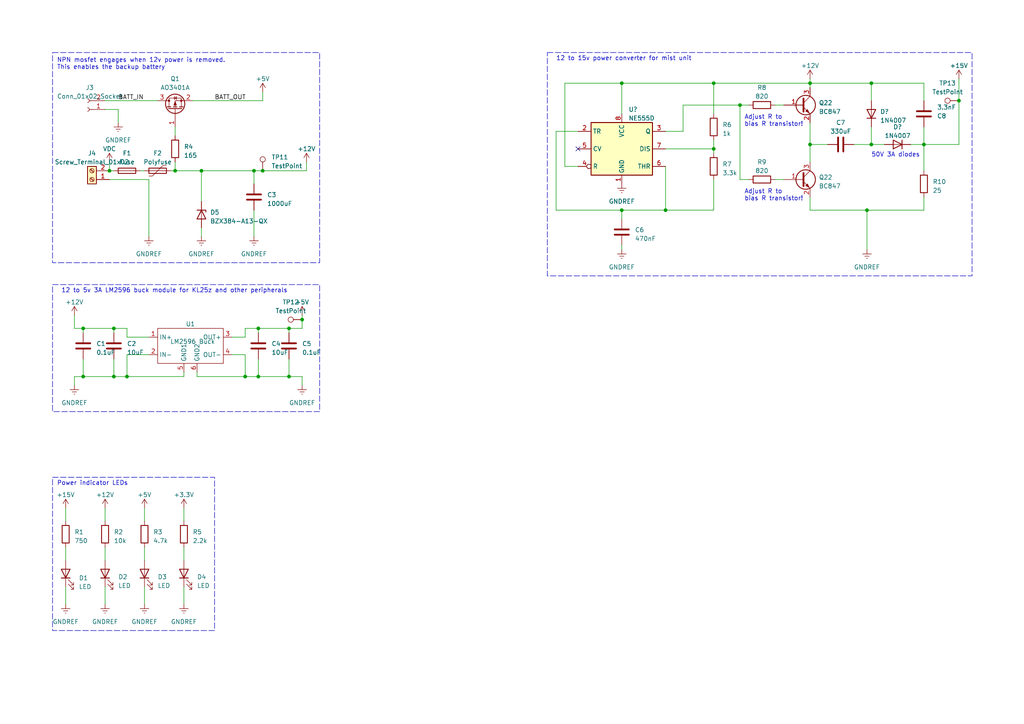
<source format=kicad_sch>
(kicad_sch (version 20230121) (generator eeschema)
  (paper "A4")
  (lib_symbols
    (symbol "Connector:Conn_01x02_Socket" (pin_names (offset 1.016) hide)
      (property "Reference" "J" (at 0 2.54 0))
      (property "Value" "Conn_01x02_Socket" (at 0 -5.08 0))
      (symbol "Conn_01x02_Socket_1_1"
        (arc (start 0 -2.032) (mid -0.5058 -2.54) (end 0 -3.048) (stroke (width 0.1524)))
        (polyline (pts (xy -1.27 -2.54) (xy -0.508 -2.54)) (stroke (width 0.1524)))
        (polyline (pts (xy -1.27 0) (xy -0.508 0)) (stroke (width 0.1524)))
        (arc (start 0 0.508) (mid -0.5058 0) (end 0 -0.508) (stroke (width 0.1524)))
        (pin passive line (at -5.08 0 0) (length 3.81) (name "Pin_1") (number "1"))
        (pin passive line (at -5.08 -2.54 0) (length 3.81) (name "Pin_2") (number "2"))
      )
    )
    (symbol "Connector:Screw_Terminal_01x02" (pin_names (offset 1.016) hide)
      (property "Reference" "J" (at 0 2.54 0))
      (property "Value" "Screw_Terminal_01x02" (at 0 -5.08 0))
      (symbol "Screw_Terminal_01x02_1_1"
        (rectangle (start -1.27 1.27) (end 1.27 -3.81) (stroke (width 0.254)) (fill (type background)))
        (circle (center 0 -2.54) (radius 0.635) (stroke (width 0.1524)))
        (polyline (pts (xy -0.5334 -2.2098) (xy 0.3302 -3.048)) (stroke (width 0.1524)))
        (polyline (pts (xy -0.5334 0.3302) (xy 0.3302 -0.508)) (stroke (width 0.1524)))
        (polyline (pts (xy -0.3556 -2.032) (xy 0.508 -2.8702)) (stroke (width 0.1524)))
        (polyline (pts (xy -0.3556 0.508) (xy 0.508 -0.3302)) (stroke (width 0.1524)))
        (circle (center 0 0) (radius 0.635) (stroke (width 0.1524)))
        (pin passive line (at -5.08 0 0) (length 3.81) (name "Pin_1") (number "1"))
        (pin passive line (at -5.08 -2.54 0) (length 3.81) (name "Pin_2") (number "2"))
      )
    )
    (symbol "Connector:TestPoint" (pin_numbers hide) (pin_names (offset 0.762) hide)
      (property "Reference" "TP" (at 0 6.858 0))
      (property "Value" "TestPoint" (at 0 5.08 0))
      (symbol "TestPoint_0_1"
        (circle (center 0 3.302) (radius 0.762))
      )
      (symbol "TestPoint_1_1"
        (pin passive line (at 0 0 90) (length 2.54) (name "1") (number "1"))
      )
    )
    (symbol "Device:C" (pin_numbers hide) (pin_names (offset 0.254))
      (property "Reference" "C" (at 0.635 2.54 0))
      (property "Value" "C" (at 0.635 -2.54 0))
      (symbol "C_0_1"
        (polyline (pts (xy -2.032 -0.762) (xy 2.032 -0.762)) (stroke (width 0.508)))
        (polyline (pts (xy -2.032 0.762) (xy 2.032 0.762)) (stroke (width 0.508)))
      )
      (symbol "C_1_1"
        (pin passive line (at 0 3.81 270) (length 2.794) (name "~") (number "1"))
        (pin passive line (at 0 -3.81 90) (length 2.794) (name "~") (number "2"))
      )
    )
    (symbol "Device:Fuse" (pin_numbers hide) (pin_names (offset 0))
      (property "Reference" "F" (at 2.032 0 90))
      (property "Value" "Fuse" (at -1.905 0 90))
      (symbol "Fuse_0_1"
        (rectangle (start -0.762 -2.54) (end 0.762 2.54) (stroke (width 0.254)))
        (polyline (pts (xy 0 2.54) (xy 0 -2.54)))
      )
      (symbol "Fuse_1_1"
        (pin passive line (at 0 3.81 270) (length 1.27) (name "~") (number "1"))
        (pin passive line (at 0 -3.81 90) (length 1.27) (name "~") (number "2"))
      )
    )
    (symbol "Device:LED" (pin_numbers hide) (pin_names (offset 1.016) hide)
      (property "Reference" "D" (at 0 2.54 0))
      (property "Value" "LED" (at 0 -2.54 0))
      (symbol "LED_0_1"
        (polyline (pts (xy -1.27 -1.27) (xy -1.27 1.27)) (stroke (width 0.254)))
        (polyline (pts (xy -1.27 0) (xy 1.27 0)))
        (polyline (pts (xy 1.27 -1.27) (xy 1.27 1.27) (xy -1.27 0) (xy 1.27 -1.27)) (stroke (width 0.254)))
        (polyline (pts (xy -3.048 -0.762) (xy -4.572 -2.286) (xy -3.81 -2.286) (xy -4.572 -2.286) (xy -4.572 -1.524)))
        (polyline (pts (xy -1.778 -0.762) (xy -3.302 -2.286) (xy -2.54 -2.286) (xy -3.302 -2.286) (xy -3.302 -1.524)))
      )
      (symbol "LED_1_1"
        (pin passive line (at -3.81 0 0) (length 2.54) (name "K") (number "1"))
        (pin passive line (at 3.81 0 180) (length 2.54) (name "A") (number "2"))
      )
    )
    (symbol "Device:Polyfuse" (pin_numbers hide) (pin_names (offset 0))
      (property "Reference" "F" (at -2.54 0 90))
      (property "Value" "Polyfuse" (at 2.54 0 90))
      (symbol "Polyfuse_0_1"
        (rectangle (start -0.762 2.54) (end 0.762 -2.54) (stroke (width 0.254)))
        (polyline (pts (xy 0 2.54) (xy 0 -2.54)))
        (polyline (pts (xy -1.524 2.54) (xy -1.524 1.524) (xy 1.524 -1.524) (xy 1.524 -2.54)))
      )
      (symbol "Polyfuse_1_1"
        (pin passive line (at 0 3.81 270) (length 1.27) (name "~") (number "1"))
        (pin passive line (at 0 -3.81 90) (length 1.27) (name "~") (number "2"))
      )
    )
    (symbol "Device:R" (pin_numbers hide) (pin_names (offset 0))
      (property "Reference" "R" (at 2.032 0 90))
      (property "Value" "R" (at 0 0 90))
      (symbol "R_0_1"
        (rectangle (start -1.016 -2.54) (end 1.016 2.54) (stroke (width 0.254)))
      )
      (symbol "R_1_1"
        (pin passive line (at 0 3.81 270) (length 1.27) (name "~") (number "1"))
        (pin passive line (at 0 -3.81 90) (length 1.27) (name "~") (number "2"))
      )
    )
    (symbol "Diode:1N4007" (pin_numbers hide) (pin_names hide)
      (property "Reference" "D" (at 0 2.54 0))
      (property "Value" "1N4007" (at 0 -2.54 0))
      (symbol "1N4007_0_1"
        (polyline (pts (xy -1.27 1.27) (xy -1.27 -1.27)) (stroke (width 0.254)))
        (polyline (pts (xy 1.27 0) (xy -1.27 0)))
        (polyline (pts (xy 1.27 1.27) (xy 1.27 -1.27) (xy -1.27 0) (xy 1.27 1.27)) (stroke (width 0.254)))
      )
      (symbol "1N4007_1_1"
        (pin passive line (at -3.81 0 0) (length 2.54) (name "K") (number "1"))
        (pin passive line (at 3.81 0 180) (length 2.54) (name "A") (number "2"))
      )
    )
    (symbol "Diode:BZX384xxxx" (pin_numbers hide) (pin_names hide)
      (property "Reference" "D" (at 0 2.54 0))
      (property "Value" "BZX384xxxx" (at 0 -2.54 0))
      (symbol "BZX384xxxx_0_1"
        (polyline (pts (xy 1.27 0) (xy -1.27 0)))
        (polyline (pts (xy -1.27 -1.27) (xy -1.27 1.27) (xy -0.762 1.27)) (stroke (width 0.254)))
        (polyline (pts (xy 1.27 -1.27) (xy 1.27 1.27) (xy -1.27 0) (xy 1.27 -1.27)) (stroke (width 0.254)))
      )
      (symbol "BZX384xxxx_1_1"
        (pin passive line (at -3.81 0 0) (length 2.54) (name "K") (number "1"))
        (pin passive line (at 3.81 0 180) (length 2.54) (name "A") (number "2"))
      )
    )
    (symbol "Timer:NE555D"
      (property "Reference" "U" (at -10.16 8.89 0))
      (property "Value" "NE555D" (at 2.54 8.89 0))
      (symbol "NE555D_0_0"
        (pin power_in line (at 0 -10.16 90) (length 2.54) (name "GND") (number "1"))
        (pin power_in line (at 0 10.16 270) (length 2.54) (name "VCC") (number "8"))
      )
      (symbol "NE555D_0_1"
        (rectangle (start -8.89 -7.62) (end 8.89 7.62) (stroke (width 0.254)) (fill (type background)))
        (rectangle (start -8.89 -7.62) (end 8.89 7.62) (stroke (width 0.254)) (fill (type background)))
      )
      (symbol "NE555D_1_1"
        (pin input line (at -12.7 5.08 0) (length 3.81) (name "TR") (number "2"))
        (pin output line (at 12.7 5.08 180) (length 3.81) (name "Q") (number "3"))
        (pin input inverted (at -12.7 -5.08 0) (length 3.81) (name "R") (number "4"))
        (pin input line (at -12.7 0 0) (length 3.81) (name "CV") (number "5"))
        (pin input line (at 12.7 -5.08 180) (length 3.81) (name "THR") (number "6"))
        (pin input line (at 12.7 0 180) (length 3.81) (name "DIS") (number "7"))
      )
    )
    (symbol "Transistor_BJT:BC847" (pin_names (offset 0) hide)
      (property "Reference" "Q" (at 5.08 1.905 0))
      (property "Value" "BC847" (at 5.08 0 0))
      (symbol "BC847_0_1"
        (polyline (pts (xy 0.635 0.635) (xy 2.54 2.54)))
        (polyline (pts (xy 0.635 -0.635) (xy 2.54 -2.54) (xy 2.54 -2.54)))
        (polyline (pts (xy 0.635 1.905) (xy 0.635 -1.905) (xy 0.635 -1.905)) (stroke (width 0.508)))
        (polyline (pts (xy 1.27 -1.778) (xy 1.778 -1.27) (xy 2.286 -2.286) (xy 1.27 -1.778) (xy 1.27 -1.778)) (fill (type outline)))
        (circle (center 1.27 0) (radius 2.8194) (stroke (width 0.254)))
      )
      (symbol "BC847_1_1"
        (pin input line (at -5.08 0 0) (length 5.715) (name "B") (number "1"))
        (pin passive line (at 2.54 -5.08 90) (length 2.54) (name "E") (number "2"))
        (pin passive line (at 2.54 5.08 270) (length 2.54) (name "C") (number "3"))
      )
    )
    (symbol "Transistor_FET:AO3401A" (pin_names hide)
      (property "Reference" "Q" (at 5.08 1.905 0))
      (property "Value" "AO3401A" (at 5.08 0 0))
      (symbol "AO3401A_0_1"
        (polyline (pts (xy 0.254 0) (xy -2.54 0)))
        (polyline (pts (xy 0.254 1.905) (xy 0.254 -1.905)) (stroke (width 0.254)))
        (polyline (pts (xy 0.762 -1.27) (xy 0.762 -2.286)) (stroke (width 0.254)))
        (polyline (pts (xy 0.762 0.508) (xy 0.762 -0.508)) (stroke (width 0.254)))
        (polyline (pts (xy 0.762 2.286) (xy 0.762 1.27)) (stroke (width 0.254)))
        (polyline (pts (xy 2.54 2.54) (xy 2.54 1.778)))
        (polyline (pts (xy 2.54 -2.54) (xy 2.54 0) (xy 0.762 0)))
        (polyline (pts (xy 0.762 1.778) (xy 3.302 1.778) (xy 3.302 -1.778) (xy 0.762 -1.778)))
        (polyline (pts (xy 2.286 0) (xy 1.27 0.381) (xy 1.27 -0.381) (xy 2.286 0)) (fill (type outline)))
        (polyline (pts (xy 2.794 -0.508) (xy 2.921 -0.381) (xy 3.683 -0.381) (xy 3.81 -0.254)))
        (polyline (pts (xy 3.302 -0.381) (xy 2.921 0.254) (xy 3.683 0.254) (xy 3.302 -0.381)))
        (circle (center 1.651 0) (radius 2.794) (stroke (width 0.254)))
        (circle (center 2.54 -1.778) (radius 0.254) (fill (type outline)))
        (circle (center 2.54 1.778) (radius 0.254) (fill (type outline)))
      )
      (symbol "AO3401A_1_1"
        (pin input line (at -5.08 0 0) (length 2.54) (name "G") (number "1"))
        (pin passive line (at 2.54 -5.08 90) (length 2.54) (name "S") (number "2"))
        (pin passive line (at 2.54 5.08 270) (length 2.54) (name "D") (number "3"))
      )
    )
    (symbol "User:LM2596_Buck_module"
      (property "Reference" "U" (at 0 6.35 0))
      (symbol "LM2596_Buck_module_0_1"
        (rectangle (start -10.16 5.08) (end 8.89 -5.08))
      )
      (symbol "LM2596_Buck_module_1_1"
        (pin power_in line (at -12.7 2.54 0) (length 2.54) (name "IN+") (number "1"))
        (pin power_in line (at -12.7 -2.54 0) (length 2.54) (name "IN-") (number "2"))
        (pin power_out line (at 11.43 2.54 180) (length 2.54) (name "OUT+") (number "3"))
        (pin power_out line (at 11.43 -2.54 180) (length 2.54) (name "OUT-") (number "4"))
        (pin power_out line (at -2.54 -7.62 90) (length 2.54) (name "GND1") (number "5"))
        (pin power_out line (at 1.27 -7.62 90) (length 2.54) (name "GND2") (number "6"))
      )
    )
    (symbol "power:+12V" (power) (pin_names (offset 0))
      (property "Value" "+12V" (at 0 3.556 0))
      (symbol "+12V_0_1"
        (polyline (pts (xy -0.762 1.27) (xy 0 2.54)))
        (polyline (pts (xy 0 0) (xy 0 2.54)))
        (polyline (pts (xy 0 2.54) (xy 0.762 1.27)))
      )
      (symbol "+12V_1_1"
        (pin power_in line (at 0 0 90) (length 0) hide (name "+12V") (number "1"))
      )
    )
    (symbol "power:+15V" (power) (pin_names (offset 0))
      (property "Value" "+15V" (at 0 3.556 0))
      (symbol "+15V_0_1"
        (polyline (pts (xy -0.762 1.27) (xy 0 2.54)))
        (polyline (pts (xy 0 0) (xy 0 2.54)))
        (polyline (pts (xy 0 2.54) (xy 0.762 1.27)))
      )
      (symbol "+15V_1_1"
        (pin power_in line (at 0 0 90) (length 0) hide (name "+15V") (number "1"))
      )
    )
    (symbol "power:+3.3V" (power) (pin_names (offset 0))
      (property "Value" "+3.3V" (at 0 3.556 0))
      (symbol "+3.3V_0_1"
        (polyline (pts (xy -0.762 1.27) (xy 0 2.54)))
        (polyline (pts (xy 0 0) (xy 0 2.54)))
        (polyline (pts (xy 0 2.54) (xy 0.762 1.27)))
      )
      (symbol "+3.3V_1_1"
        (pin power_in line (at 0 0 90) (length 0) hide (name "+3.3V") (number "1"))
      )
    )
    (symbol "power:+5V" (power) (pin_names (offset 0))
      (property "Value" "+5V" (at 0 3.556 0))
      (symbol "+5V_0_1"
        (polyline (pts (xy -0.762 1.27) (xy 0 2.54)))
        (polyline (pts (xy 0 0) (xy 0 2.54)))
        (polyline (pts (xy 0 2.54) (xy 0.762 1.27)))
      )
      (symbol "+5V_1_1"
        (pin power_in line (at 0 0 90) (length 0) hide (name "+5V") (number "1"))
      )
    )
    (symbol "power:GNDREF" (power) (pin_names (offset 0))
      (property "Value" "GNDREF" (at 0 -3.81 0))
      (symbol "GNDREF_0_1"
        (polyline (pts (xy -0.635 -1.905) (xy 0.635 -1.905)))
        (polyline (pts (xy -0.127 -2.54) (xy 0.127 -2.54)))
        (polyline (pts (xy 0 -1.27) (xy 0 0)))
        (polyline (pts (xy 1.27 -1.27) (xy -1.27 -1.27)))
      )
      (symbol "GNDREF_1_1"
        (pin power_in line (at 0 0 270) (length 0) hide (name "GNDREF") (number "1"))
      )
    )
    (symbol "power:VDC" (power) (pin_names (offset 0))
      (property "Value" "VDC" (at 0 6.35 0))
      (symbol "VDC_0_1"
        (polyline (pts (xy -0.762 1.27) (xy 0 2.54)))
        (polyline (pts (xy 0 0) (xy 0 2.54)))
        (polyline (pts (xy 0 2.54) (xy 0.762 1.27)))
      )
      (symbol "VDC_1_1"
        (pin power_in line (at 0 0 90) (length 0) hide (name "VDC") (number "1"))
      )
    )
  )
  (junction (at 76.2 49.53))
  (junction (at 74.93 109.22))
  (junction (at 193.04 60.96))
  (junction (at 24.13 95.25))
  (junction (at 214.63 30.48))
  (junction (at 234.95 24.13))
  (junction (at 31.75 49.53))
  (junction (at 71.12 109.22))
  (junction (at 83.82 109.22))
  (junction (at 74.93 95.25))
  (junction (at 267.97 41.91))
  (junction (at 251.46 60.96))
  (junction (at 73.66 49.53))
  (junction (at 50.8 49.53))
  (junction (at 180.34 24.13))
  (junction (at 24.13 109.22))
  (junction (at 278.13 29.21))
  (junction (at 234.95 41.91))
  (junction (at 33.02 109.22))
  (junction (at 180.34 60.96))
  (junction (at 207.01 24.13))
  (junction (at 207.01 43.18))
  (junction (at 36.83 109.22))
  (junction (at 252.73 41.91))
  (junction (at 252.73 24.13))
  (junction (at 33.02 95.25))
  (junction (at 58.42 49.53))
  (junction (at 83.82 95.25))
  (junction (at 87.63 92.71))
  (no_connect (at 167.64 43.18))
  (wire (pts (xy 247.65 41.91) (xy 252.73 41.91)))
  (wire (pts (xy 207.01 43.18) (xy 207.01 44.45)))
  (wire (pts (xy 252.73 24.13) (xy 234.95 24.13)))
  (wire (pts (xy 24.13 109.22) (xy 33.02 109.22)))
  (wire (pts (xy 234.95 60.96) (xy 251.46 60.96)))
  (wire (pts (xy 252.73 36.83) (xy 252.73 41.91)))
  (wire (pts (xy 198.12 30.48) (xy 214.63 30.48)))
  (wire (pts (xy 24.13 95.25) (xy 33.02 95.25)))
  (wire (pts (xy 180.34 60.96) (xy 193.04 60.96)))
  (wire (pts (xy 33.02 95.25) (xy 33.02 96.52)))
  (wire (pts (xy 278.13 29.21) (xy 278.13 41.91)))
  (wire (pts (xy 21.59 111.76) (xy 21.59 109.22)))
  (wire (pts (xy 73.66 49.53) (xy 76.2 49.53)))
  (wire (pts (xy 224.79 52.07) (xy 227.33 52.07)))
  (wire (pts (xy 234.95 41.91) (xy 234.95 46.99)))
  (wire (pts (xy 19.05 147.32) (xy 19.05 151.13)))
  (wire (pts (xy 207.01 24.13) (xy 234.95 24.13)))
  (wire (pts (xy 267.97 60.96) (xy 251.46 60.96)))
  (wire (pts (xy 41.91 170.18) (xy 41.91 175.26)))
  (wire (pts (xy 161.29 60.96) (xy 180.34 60.96)))
  (wire (pts (xy 87.63 111.76) (xy 87.63 109.22)))
  (wire (pts (xy 41.91 158.75) (xy 41.91 162.56)))
  (wire (pts (xy 198.12 38.1) (xy 198.12 30.48)))
  (wire (pts (xy 193.04 43.18) (xy 207.01 43.18)))
  (wire (pts (xy 180.34 24.13) (xy 207.01 24.13)))
  (wire (pts (xy 19.05 170.18) (xy 19.05 175.26)))
  (wire (pts (xy 217.17 52.07) (xy 214.63 52.07)))
  (wire (pts (xy 278.13 41.91) (xy 267.97 41.91)))
  (wire (pts (xy 67.31 97.79) (xy 71.12 97.79)))
  (wire (pts (xy 71.12 102.87) (xy 71.12 109.22)))
  (wire (pts (xy 267.97 49.53) (xy 267.97 41.91)))
  (wire (pts (xy 50.8 36.83) (xy 50.8 39.37)))
  (wire (pts (xy 167.64 38.1) (xy 161.29 38.1)))
  (wire (pts (xy 30.48 158.75) (xy 30.48 162.56)))
  (wire (pts (xy 21.59 109.22) (xy 24.13 109.22)))
  (wire (pts (xy 71.12 102.87) (xy 67.31 102.87)))
  (wire (pts (xy 36.83 102.87) (xy 43.18 102.87)))
  (wire (pts (xy 53.34 147.32) (xy 53.34 151.13)))
  (wire (pts (xy 55.88 29.21) (xy 76.2 29.21)))
  (wire (pts (xy 34.29 35.56) (xy 34.29 31.75)))
  (wire (pts (xy 43.18 68.58) (xy 43.18 52.07)))
  (wire (pts (xy 74.93 109.22) (xy 74.93 104.14)))
  (wire (pts (xy 73.66 68.58) (xy 73.66 60.96)))
  (wire (pts (xy 207.01 40.64) (xy 207.01 43.18)))
  (wire (pts (xy 30.48 147.32) (xy 30.48 151.13)))
  (wire (pts (xy 57.15 109.22) (xy 57.15 107.95)))
  (wire (pts (xy 87.63 109.22) (xy 83.82 109.22)))
  (wire (pts (xy 193.04 38.1) (xy 198.12 38.1)))
  (wire (pts (xy 53.34 109.22) (xy 53.34 107.95)))
  (wire (pts (xy 74.93 95.25) (xy 83.82 95.25)))
  (wire (pts (xy 224.79 30.48) (xy 227.33 30.48)))
  (wire (pts (xy 267.97 29.21) (xy 267.97 24.13)))
  (wire (pts (xy 76.2 49.53) (xy 88.9 49.53)))
  (wire (pts (xy 43.18 97.79) (xy 36.83 97.79)))
  (wire (pts (xy 252.73 29.21) (xy 252.73 24.13)))
  (wire (pts (xy 30.48 29.21) (xy 45.72 29.21)))
  (wire (pts (xy 30.48 170.18) (xy 30.48 175.26)))
  (wire (pts (xy 234.95 35.56) (xy 234.95 41.91)))
  (wire (pts (xy 207.01 60.96) (xy 207.01 52.07)))
  (wire (pts (xy 251.46 72.39) (xy 251.46 60.96)))
  (wire (pts (xy 234.95 22.86) (xy 234.95 24.13)))
  (wire (pts (xy 33.02 95.25) (xy 36.83 95.25)))
  (wire (pts (xy 87.63 95.25) (xy 83.82 95.25)))
  (wire (pts (xy 278.13 22.86) (xy 278.13 29.21)))
  (wire (pts (xy 31.75 46.99) (xy 31.75 49.53)))
  (wire (pts (xy 83.82 109.22) (xy 74.93 109.22)))
  (wire (pts (xy 71.12 97.79) (xy 71.12 95.25)))
  (wire (pts (xy 167.64 48.26) (xy 163.83 48.26)))
  (wire (pts (xy 87.63 92.71) (xy 87.63 95.25)))
  (wire (pts (xy 31.75 49.53) (xy 33.02 49.53)))
  (wire (pts (xy 267.97 36.83) (xy 267.97 41.91)))
  (wire (pts (xy 34.29 31.75) (xy 30.48 31.75)))
  (wire (pts (xy 71.12 109.22) (xy 74.93 109.22)))
  (wire (pts (xy 40.64 49.53) (xy 41.91 49.53)))
  (wire (pts (xy 41.91 147.32) (xy 41.91 151.13)))
  (wire (pts (xy 33.02 109.22) (xy 36.83 109.22)))
  (wire (pts (xy 24.13 95.25) (xy 24.13 96.52)))
  (wire (pts (xy 71.12 95.25) (xy 74.93 95.25)))
  (wire (pts (xy 73.66 49.53) (xy 73.66 53.34)))
  (wire (pts (xy 74.93 96.52) (xy 74.93 95.25)))
  (wire (pts (xy 76.2 26.67) (xy 76.2 29.21)))
  (wire (pts (xy 180.34 63.5) (xy 180.34 60.96)))
  (wire (pts (xy 161.29 38.1) (xy 161.29 60.96)))
  (wire (pts (xy 252.73 41.91) (xy 256.54 41.91)))
  (wire (pts (xy 193.04 60.96) (xy 207.01 60.96)))
  (wire (pts (xy 83.82 104.14) (xy 83.82 109.22)))
  (wire (pts (xy 58.42 49.53) (xy 58.42 58.42)))
  (wire (pts (xy 36.83 109.22) (xy 36.83 102.87)))
  (wire (pts (xy 36.83 97.79) (xy 36.83 95.25)))
  (wire (pts (xy 43.18 52.07) (xy 31.75 52.07)))
  (wire (pts (xy 267.97 57.15) (xy 267.97 60.96)))
  (wire (pts (xy 234.95 24.13) (xy 234.95 25.4)))
  (wire (pts (xy 163.83 48.26) (xy 163.83 24.13)))
  (wire (pts (xy 21.59 95.25) (xy 24.13 95.25)))
  (wire (pts (xy 234.95 41.91) (xy 240.03 41.91)))
  (wire (pts (xy 214.63 52.07) (xy 214.63 30.48)))
  (wire (pts (xy 88.9 49.53) (xy 88.9 46.99)))
  (wire (pts (xy 36.83 109.22) (xy 53.34 109.22)))
  (wire (pts (xy 19.05 158.75) (xy 19.05 162.56)))
  (wire (pts (xy 53.34 158.75) (xy 53.34 162.56)))
  (wire (pts (xy 50.8 46.99) (xy 50.8 49.53)))
  (wire (pts (xy 58.42 49.53) (xy 73.66 49.53)))
  (wire (pts (xy 33.02 104.14) (xy 33.02 109.22)))
  (wire (pts (xy 53.34 170.18) (xy 53.34 175.26)))
  (wire (pts (xy 193.04 48.26) (xy 193.04 60.96)))
  (wire (pts (xy 180.34 71.12) (xy 180.34 72.39)))
  (wire (pts (xy 267.97 41.91) (xy 264.16 41.91)))
  (wire (pts (xy 49.53 49.53) (xy 50.8 49.53)))
  (wire (pts (xy 234.95 60.96) (xy 234.95 57.15)))
  (wire (pts (xy 163.83 24.13) (xy 180.34 24.13)))
  (wire (pts (xy 83.82 95.25) (xy 83.82 96.52)))
  (wire (pts (xy 58.42 68.58) (xy 58.42 66.04)))
  (wire (pts (xy 57.15 109.22) (xy 71.12 109.22)))
  (wire (pts (xy 214.63 30.48) (xy 217.17 30.48)))
  (wire (pts (xy 24.13 104.14) (xy 24.13 109.22)))
  (wire (pts (xy 21.59 91.44) (xy 21.59 95.25)))
  (wire (pts (xy 207.01 24.13) (xy 207.01 33.02)))
  (wire (pts (xy 87.63 91.44) (xy 87.63 92.71)))
  (wire (pts (xy 267.97 24.13) (xy 252.73 24.13)))
  (wire (pts (xy 180.34 24.13) (xy 180.34 33.02)))
  (wire (pts (xy 50.8 49.53) (xy 58.42 49.53)))
  (rectangle (start 158.75 15.24) (end 281.94 80.01) (stroke (width 0) (type dash)))
  (rectangle (start 15.24 82.55) (end 92.71 119.38) (stroke (width 0) (type dash)))
  (rectangle (start 15.24 15.24) (end 92.71 76.2) (stroke (width 0) (type dash)))
  (rectangle (start 15.24 138.43) (end 62.23 182.88) (stroke (width 0) (type dash)))
  (text "Adjust R to\nbias R transistor!" (at 215.9 58.42 0) (effects (font (size 1.27 1.27)) (justify left bottom)))
  (text "Adjust R to\nbias R transistor!" (at 215.9 36.83 0) (effects (font (size 1.27 1.27)) (justify left bottom)))
  (text "12 to 15v power converter for mist unit" (at 161.29 17.78 0) (effects (font (size 1.27 1.27)) (justify left bottom)))
  (text "12 to 5v 3A LM2596 buck module for KL25z and other peripherals" (at 17.78 85.09 0) (effects (font (size 1.27 1.27)) (justify left bottom)))
  (text "NPN mosfet engages when 12v power is removed.\nThis enables the backup battery\n" (at 16.51 20.32 0) (effects (font (size 1.27 1.27)) (justify left bottom)))
  (text "50V 3A diodes" (at 252.73 45.72 0) (effects (font (size 1.27 1.27)) (justify left bottom)))
  (text "Power indicator LEDs" (at 16.51 140.97 0) (effects (font (size 1.27 1.27)) (justify left bottom)))
  (label "BATT_IN" (at 34.29 29.21 0))
  (label "BATT_OUT" (at 62.23 29.21 0))
  (symbol (lib_id "power:+3.3V") (at 53.34 147.32 0) (unit 1)
    (property "Reference" "#PWR021" (effects hide))
    (property "Value" "+3.3V" (at 53.34 143.51 0))
  )
  (symbol (lib_id "Transistor_BJT:BC847") (at 232.41 52.07 0) (unit 1)
    (property "Reference" "Q22" (at 237.49 51.435 0) (effects (justify left)))
    (property "Value" "BC847" (at 237.49 53.975 0) (effects (justify left)))
    (property "Footprint" "Package_TO_SOT_SMD:SOT-23" (effects hide))
    (property "Datasheet" "http://www.infineon.com/dgdl/Infineon-BC847SERIES_BC848SERIES_BC849SERIES_BC850SERIES-DS-v01_01-en.pdf?fileId=db3a304314dca389011541d4630a1657" (effects hide))
    (instances (project "greenhouse_project_hat" (path "" (reference "Q22") (unit 1)) (path "" (reference "Q3") (unit 1))))
  )
  (symbol (lib_id "Connector:TestPoint") (at 76.2 49.53 0) (unit 1)
    (property "Reference" "TP11" (at 78.74 45.593 0) (effects (justify left)))
    (property "Value" "TestPoint" (at 78.74 48.133 0) (effects (justify left)))
    (property "Footprint" "TestPoint:TestPoint_Pad_D2.0mm" (effects hide))
  )
  (symbol (lib_id "Connector:TestPoint") (at 87.63 92.71 90) (unit 1)
    (property "Reference" "TP12" (at 84.328 87.63 90))
    (property "Value" "TestPoint" (at 84.328 90.17 90))
    (property "Footprint" "TestPoint:TestPoint_Pad_D2.0mm" (effects hide))
  )
  (symbol (lib_id "Device:LED") (at 30.48 166.37 90) (unit 1)
    (property "Reference" "D2" (at 34.29 167.3225 90) (effects (justify right)))
    (property "Value" "LED" (at 34.29 169.8625 90) (effects (justify right)))
    (property "Footprint" "LED_SMD:LED_1206_3216Metric_Pad1.42x1.75mm_HandSolder" (effects hide))
  )
  (symbol (lib_id "Device:C") (at 33.02 100.33 0) (unit 1)
    (property "Reference" "C2" (at 36.83 99.695 0) (effects (justify left)))
    (property "Value" "10uF" (at 36.83 102.235 0) (effects (justify left)))
    (property "Footprint" "Capacitor_SMD:C_1206_3216Metric_Pad1.33x1.80mm_HandSolder" (effects hide))
  )
  (symbol (lib_id "Device:Polyfuse") (at 45.72 49.53 90) (unit 1)
    (property "Reference" "F2" (at 45.72 44.45 90))
    (property "Value" "Polyfuse" (at 45.72 46.99 90))
    (property "Footprint" "Fuse:Fuse_2920_7451Metric_Pad2.10x5.45mm_HandSolder" (effects hide))
  )
  (symbol (lib_id "Device:R") (at 50.8 43.18 0) (unit 1)
    (property "Reference" "R4" (at 53.34 42.545 0) (effects (justify left)))
    (property "Value" "165" (at 53.34 45.085 0) (effects (justify left)))
    (property "Footprint" "Resistor_SMD:R_1206_3216Metric_Pad1.30x1.75mm_HandSolder" (effects hide))
  )
  (symbol (lib_id "Device:Fuse") (at 36.83 49.53 90) (unit 1)
    (property "Reference" "F1" (at 36.83 44.45 90))
    (property "Value" "Fuse" (at 36.83 46.99 90))
    (property "Footprint" "Fuse:Fuse_Blade_Mini_directSolder" (effects hide))
  )
  (symbol (lib_id "Device:C") (at 180.34 67.31 0) (unit 1)
    (property "Reference" "C6" (at 184.15 66.675 0) (effects (justify left)))
    (property "Value" "470nF" (at 184.15 69.215 0) (effects (justify left)))
    (property "Footprint" "Capacitor_SMD:C_1206_3216Metric_Pad1.33x1.80mm_HandSolder" (effects hide))
  )
  (symbol (lib_id "power:+15V") (at 278.13 22.86 0) (unit 1)
    (property "Reference" "#PWR033" (effects hide))
    (property "Value" "+15V" (at 278.13 19.05 0))
  )
  (symbol (lib_id "Device:C") (at 243.84 41.91 90) (unit 1)
    (property "Reference" "C7" (at 243.84 35.56 90))
    (property "Value" "330uF" (at 243.84 38.1 90))
    (property "Footprint" "Capacitor_SMD:C_1206_3216Metric_Pad1.33x1.80mm_HandSolder" (effects hide))
  )
  (symbol (lib_id "power:+12V") (at 21.59 91.44 0) (unit 1)
    (property "Reference" "#PWR012" (effects hide))
    (property "Value" "+12V" (at 21.59 87.63 0))
  )
  (symbol (lib_id "power:GNDREF") (at 73.66 68.58 0) (unit 1)
    (property "Reference" "#PWR024" (effects hide))
    (property "Value" "GNDREF" (at 73.66 73.66 0))
  )
  (symbol (lib_id "power:GNDREF") (at 87.63 111.76 0) (unit 1)
    (property "Reference" "#PWR027" (effects hide))
    (property "Value" "GNDREF" (at 87.63 116.84 0))
  )
  (symbol (lib_id "power:GNDREF") (at 21.59 111.76 0) (unit 1)
    (property "Reference" "#PWR013" (effects hide))
    (property "Value" "GNDREF" (at 21.59 116.84 0))
  )
  (symbol (lib_id "power:GNDREF") (at 58.42 68.58 0) (unit 1)
    (property "Reference" "#PWR023" (effects hide))
    (property "Value" "GNDREF" (at 58.42 73.66 0))
  )
  (symbol (lib_id "power:+12V") (at 88.9 46.99 0) (unit 1)
    (property "Reference" "#PWR028" (effects hide))
    (property "Value" "+12V" (at 88.9 43.18 0))
  )
  (symbol (lib_id "Diode:1N4007") (at 252.73 33.02 90) (unit 1)
    (property "Reference" "D?" (at 255.27 32.385 90) (effects (justify right)))
    (property "Value" "1N4007" (at 255.27 34.925 90) (effects (justify right)))
    (property "Footprint" "Diode_SMD:D_2512_6332Metric_Pad1.52x3.35mm_HandSolder" (effects hide))
    (property "Datasheet" "http://www.vishay.com/docs/88503/1n4001.pdf" (effects hide))
    (property "Sim.Device" "D" (effects hide))
    (property "Sim.Pins" "1=K 2=A" (effects hide))
    (instances (project "greenhouse_project_hat" (path "" (reference "D?") (unit 1)) (path "" (reference "D6") (unit 1))))
  )
  (symbol (lib_id "Device:R") (at 53.34 154.94 0) (unit 1)
    (property "Reference" "R5" (at 55.88 154.305 0) (effects (justify left)))
    (property "Value" "2.2k" (at 55.88 156.845 0) (effects (justify left)))
    (property "Footprint" "Resistor_SMD:R_1206_3216Metric_Pad1.30x1.75mm_HandSolder" (effects hide))
  )
  (symbol (lib_id "Transistor_FET:AO3401A") (at 50.8 31.75 90) (unit 1)
    (property "Reference" "Q1" (at 50.8 22.86 90))
    (property "Value" "AO3401A" (at 50.8 25.4 90))
    (property "Footprint" "Package_TO_SOT_SMD:SOT-23" (effects hide))
    (property "Datasheet" "http://www.aosmd.com/pdfs/datasheet/AO3401A.pdf" (effects hide))
  )
  (symbol (lib_id "Connector:Conn_01x02_Socket") (at 25.4 31.75 180) (unit 1)
    (property "Reference" "J3" (at 26.035 25.4 0))
    (property "Value" "Conn_01x02_Socket" (at 26.035 27.94 0))
    (property "Footprint" "Connector_JST:JST_PH_B2B-PH-K_1x02_P2.00mm_Vertical" (effects hide))
  )
  (symbol (lib_id "power:+15V") (at 19.05 147.32 0) (unit 1)
    (property "Reference" "#PWR010" (effects hide))
    (property "Value" "+15V" (at 19.05 143.51 0))
  )
  (symbol (lib_id "power:GNDREF") (at 19.05 175.26 0) (unit 1)
    (property "Reference" "#PWR011" (effects hide))
    (property "Value" "GNDREF" (at 19.05 180.34 0))
  )
  (symbol (lib_id "Device:C") (at 24.13 100.33 0) (unit 1)
    (property "Reference" "C1" (at 27.94 99.695 0) (effects (justify left)))
    (property "Value" "0.1uF" (at 27.94 102.235 0) (effects (justify left)))
    (property "Footprint" "Capacitor_SMD:C_1206_3216Metric_Pad1.33x1.80mm_HandSolder" (effects hide))
  )
  (symbol (lib_id "Device:R") (at 41.91 154.94 0) (unit 1)
    (property "Reference" "R3" (at 44.45 154.305 0) (effects (justify left)))
    (property "Value" "4.7k" (at 44.45 156.845 0) (effects (justify left)))
    (property "Footprint" "Resistor_SMD:R_1206_3216Metric_Pad1.30x1.75mm_HandSolder" (effects hide))
  )
  (symbol (lib_id "power:GNDREF") (at 180.34 53.34 0) (unit 1)
    (property "Reference" "#PWR029" (effects hide))
    (property "Value" "GNDREF" (at 180.34 58.42 0))
  )
  (symbol (lib_id "Transistor_BJT:BC847") (at 232.41 30.48 0) (unit 1)
    (property "Reference" "Q22" (at 237.49 29.845 0) (effects (justify left)))
    (property "Value" "BC847" (at 237.49 32.385 0) (effects (justify left)))
    (property "Footprint" "Package_TO_SOT_SMD:SOT-23" (effects hide))
    (property "Datasheet" "http://www.infineon.com/dgdl/Infineon-BC847SERIES_BC848SERIES_BC849SERIES_BC850SERIES-DS-v01_01-en.pdf?fileId=db3a304314dca389011541d4630a1657" (effects hide))
    (instances (project "greenhouse_project_hat" (path "" (reference "Q22") (unit 1)) (path "" (reference "Q2") (unit 1))))
  )
  (symbol (lib_id "Device:R") (at 220.98 52.07 90) (unit 1)
    (property "Reference" "R9" (at 220.98 46.99 90))
    (property "Value" "820" (at 220.98 49.53 90))
    (property "Footprint" "Resistor_SMD:R_1206_3216Metric_Pad1.30x1.75mm_HandSolder" (effects hide))
  )
  (symbol (lib_id "power:+5V") (at 87.63 91.44 0) (unit 1)
    (property "Reference" "#PWR026" (effects hide))
    (property "Value" "+5V" (at 87.63 87.63 0))
  )
  (symbol (lib_id "power:+12V") (at 234.95 22.86 0) (unit 1)
    (property "Reference" "#PWR031" (effects hide))
    (property "Value" "+12V" (at 234.95 19.05 0))
  )
  (symbol (lib_id "Device:C") (at 74.93 100.33 0) (unit 1)
    (property "Reference" "C4" (at 78.74 99.695 0) (effects (justify left)))
    (property "Value" "10uF" (at 78.74 102.235 0) (effects (justify left)))
    (property "Footprint" "Capacitor_SMD:C_1206_3216Metric_Pad1.33x1.80mm_HandSolder" (effects hide))
  )
  (symbol (lib_id "power:GNDREF") (at 30.48 175.26 0) (unit 1)
    (property "Reference" "#PWR015" (effects hide))
    (property "Value" "GNDREF" (at 30.48 180.34 0))
  )
  (symbol (lib_id "power:GNDREF") (at 180.34 72.39 0) (unit 1)
    (property "Reference" "#PWR030" (effects hide))
    (property "Value" "GNDREF" (at 180.34 77.47 0))
  )
  (symbol (lib_id "Device:C") (at 267.97 33.02 0) (mirror y) (unit 1)
    (property "Reference" "C8" (at 271.78 33.655 0) (effects (justify right)))
    (property "Value" "3.3nF" (at 271.78 31.115 0) (effects (justify right)))
    (property "Footprint" "Capacitor_SMD:C_1206_3216Metric_Pad1.33x1.80mm_HandSolder" (effects hide))
  )
  (symbol (lib_id "Device:R") (at 30.48 154.94 0) (unit 1)
    (property "Reference" "R2" (at 33.02 154.305 0) (effects (justify left)))
    (property "Value" "10k" (at 33.02 156.845 0) (effects (justify left)))
    (property "Footprint" "Resistor_SMD:R_1206_3216Metric_Pad1.30x1.75mm_HandSolder" (effects hide))
  )
  (symbol (lib_id "power:GNDREF") (at 53.34 175.26 0) (unit 1)
    (property "Reference" "#PWR022" (effects hide))
    (property "Value" "GNDREF" (at 53.34 180.34 0))
  )
  (symbol (lib_id "power:VDC") (at 31.75 46.99 0) (unit 1)
    (property "Reference" "#PWR016" (effects hide))
    (property "Value" "VDC" (at 31.75 43.18 0))
  )
  (symbol (lib_id "Connector:Screw_Terminal_01x02") (at 26.67 52.07 180) (unit 1)
    (property "Reference" "J4" (at 26.67 44.45 0))
    (property "Value" "Screw_Terminal_01x02" (at 26.67 46.99 0))
    (property "Footprint" "TerminalBlock:TerminalBlock_bornier-2_P5.08mm" (effects hide))
  )
  (symbol (lib_id "Device:C") (at 83.82 100.33 0) (unit 1)
    (property "Reference" "C5" (at 87.63 99.695 0) (effects (justify left)))
    (property "Value" "0.1uF" (at 87.63 102.235 0) (effects (justify left)))
    (property "Footprint" "Capacitor_SMD:C_1206_3216Metric_Pad1.33x1.80mm_HandSolder" (effects hide))
  )
  (symbol (lib_id "Connector:TestPoint") (at 278.13 29.21 90) (unit 1)
    (property "Reference" "TP13" (at 274.828 24.13 90))
    (property "Value" "TestPoint" (at 274.828 26.67 90))
    (property "Footprint" "TestPoint:TestPoint_Pad_D2.0mm" (effects hide))
  )
  (symbol (lib_id "Device:R") (at 207.01 48.26 0) (unit 1)
    (property "Reference" "R7" (at 209.55 47.625 0) (effects (justify left)))
    (property "Value" "3.3k" (at 209.55 50.165 0) (effects (justify left)))
    (property "Footprint" "Resistor_SMD:R_1206_3216Metric_Pad1.30x1.75mm_HandSolder" (effects hide))
  )
  (symbol (lib_id "power:GNDREF") (at 41.91 175.26 0) (unit 1)
    (property "Reference" "#PWR019" (effects hide))
    (property "Value" "GNDREF" (at 41.91 180.34 0))
  )
  (symbol (lib_id "Device:LED") (at 53.34 166.37 90) (unit 1)
    (property "Reference" "D4" (at 57.15 167.3225 90) (effects (justify right)))
    (property "Value" "LED" (at 57.15 169.8625 90) (effects (justify right)))
    (property "Footprint" "LED_SMD:LED_1206_3216Metric_Pad1.42x1.75mm_HandSolder" (effects hide))
  )
  (symbol (lib_id "power:+12V") (at 30.48 147.32 0) (unit 1)
    (property "Reference" "#PWR014" (effects hide))
    (property "Value" "+12V" (at 30.48 143.51 0))
  )
  (symbol (lib_id "Timer:NE555D") (at 180.34 43.18 0) (unit 1)
    (property "Reference" "U?" (at 182.2959 31.75 0) (effects (justify left)))
    (property "Value" "NE555D" (at 182.2959 34.29 0) (effects (justify left)))
    (property "Footprint" "Package_SO:SOIC-8_3.9x4.9mm_P1.27mm" (effects hide))
    (property "Datasheet" "http://www.ti.com/lit/ds/symlink/ne555.pdf" (effects hide))
    (instances (project "greenhouse_project_hat" (path "" (reference "U?") (unit 1)) (path "" (reference "U2") (unit 1))))
  )
  (symbol (lib_id "Device:R") (at 19.05 154.94 0) (unit 1)
    (property "Reference" "R1" (at 21.59 154.305 0) (effects (justify left)))
    (property "Value" "750" (at 21.59 156.845 0) (effects (justify left)))
    (property "Footprint" "Resistor_SMD:R_1206_3216Metric_Pad1.30x1.75mm_HandSolder" (effects hide))
  )
  (symbol (lib_id "Diode:1N4007") (at 260.35 41.91 180) (unit 1)
    (property "Reference" "D?" (at 260.35 36.83 0))
    (property "Value" "1N4007" (at 260.35 39.37 0))
    (property "Footprint" "Diode_SMD:D_2512_6332Metric_Pad1.52x3.35mm_HandSolder" (effects hide))
    (property "Datasheet" "http://www.vishay.com/docs/88503/1n4001.pdf" (effects hide))
    (property "Sim.Device" "D" (effects hide))
    (property "Sim.Pins" "1=K 2=A" (effects hide))
    (instances (project "greenhouse_project_hat" (path "" (reference "D?") (unit 1)) (path "" (reference "D7") (unit 1))))
  )
  (symbol (lib_id "Device:C") (at 73.66 57.15 0) (unit 1)
    (property "Reference" "C3" (at 77.47 56.515 0) (effects (justify left)))
    (property "Value" "1000uF" (at 77.47 59.055 0) (effects (justify left)))
    (property "Footprint" "Capacitor_THT:CP_Radial_D10.0mm_P5.00mm" (effects hide))
  )
  (symbol (lib_id "Device:R") (at 220.98 30.48 90) (unit 1)
    (property "Reference" "R8" (at 220.98 25.4 90))
    (property "Value" "820" (at 220.98 27.94 90))
    (property "Footprint" "Resistor_SMD:R_1206_3216Metric_Pad1.30x1.75mm_HandSolder" (effects hide))
  )
  (symbol (lib_id "power:GNDREF") (at 251.46 72.39 0) (unit 1)
    (property "Reference" "#PWR032" (effects hide))
    (property "Value" "GNDREF" (at 251.46 77.47 0))
  )
  (symbol (lib_id "Device:R") (at 267.97 53.34 180) (unit 1)
    (property "Reference" "R10" (at 270.51 52.705 0) (effects (justify right)))
    (property "Value" "25" (at 270.51 55.245 0) (effects (justify right)))
    (property "Footprint" "Resistor_SMD:R_1206_3216Metric_Pad1.30x1.75mm_HandSolder" (effects hide))
  )
  (symbol (lib_id "power:+5V") (at 76.2 26.67 0) (unit 1)
    (property "Reference" "#PWR025" (effects hide))
    (property "Value" "+5V" (at 76.2 22.86 0))
  )
  (symbol (lib_id "power:+5V") (at 41.91 147.32 0) (unit 1)
    (property "Reference" "#PWR018" (effects hide))
    (property "Value" "+5V" (at 41.91 143.51 0))
  )
  (symbol (lib_id "User:LM2596_Buck_module") (at 55.88 100.33 0) (unit 1)
    (property "Reference" "U1" (at 55.245 93.98 0))
    (property "Value" "LM2596 Buck" (at 55.88 99.06 0))
    (property "Footprint" "User:LM2596_Buck_module" (effects hide))
  )
  (symbol (lib_id "power:GNDREF") (at 43.18 68.58 0) (unit 1)
    (property "Reference" "#PWR020" (effects hide))
    (property "Value" "GNDREF" (at 43.18 73.66 0))
  )
  (symbol (lib_id "Device:LED") (at 41.91 166.37 90) (unit 1)
    (property "Reference" "D3" (at 45.72 167.3225 90) (effects (justify right)))
    (property "Value" "LED" (at 45.72 169.8625 90) (effects (justify right)))
    (property "Footprint" "LED_SMD:LED_1206_3216Metric_Pad1.42x1.75mm_HandSolder" (effects hide))
  )
  (symbol (lib_id "Diode:BZX384xxxx") (at 58.42 62.23 270) (unit 1)
    (property "Reference" "D5" (at 60.96 61.595 90) (effects (justify left)))
    (property "Value" "BZX384-A13-QX" (at 60.96 64.135 90) (effects (justify left)))
    (property "Footprint" "Diode_SMD:D_SOD-323" (effects hide))
    (property "Datasheet" "https://www.vishay.com/docs/85764/bzx384.pdf" (effects hide))
  )
  (symbol (lib_id "power:GNDREF") (at 34.29 35.56 0) (unit 1)
    (property "Reference" "#PWR017" (effects hide))
    (property "Value" "GNDREF" (at 34.29 40.64 0))
  )
  (symbol (lib_id "Device:R") (at 207.01 36.83 0) (unit 1)
    (property "Reference" "R6" (at 209.55 36.195 0) (effects (justify left)))
    (property "Value" "1k" (at 209.55 38.735 0) (effects (justify left)))
    (property "Footprint" "Resistor_SMD:R_1206_3216Metric_Pad1.30x1.75mm_HandSolder" (effects hide))
  )
  (symbol (lib_id "Device:LED") (at 19.05 166.37 90) (unit 1)
    (property "Reference" "D1" (at 22.86 167.64 90) (effects (justify right)))
    (property "Value" "LED" (at 22.86 170.18 90) (effects (justify right)))
    (property "Footprint" "LED_SMD:LED_1206_3216Metric_Pad1.42x1.75mm_HandSolder" (effects hide))
  )
)
</source>
